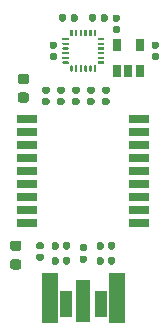
<source format=gbr>
%TF.GenerationSoftware,KiCad,Pcbnew,5.1.9+dfsg1-1~bpo10+1*%
%TF.CreationDate,Date%
%TF.ProjectId,POS,504f532e-6b69-4636-9164-5f7063625858,v3.3*%
%TF.SameCoordinates,Original*%
%TF.FileFunction,Paste,Top*%
%TF.FilePolarity,Positive*%
%FSLAX46Y46*%
G04 Gerber Fmt 4.6, Leading zero omitted, Abs format (unit mm)*
G04 Created by KiCad*
%MOMM*%
%LPD*%
G01*
G04 APERTURE LIST*
%ADD10R,0.650000X1.060000*%
%ADD11R,1.050000X2.200000*%
%ADD12R,1.000000X1.050000*%
%ADD13R,1.270000X3.600000*%
%ADD14R,1.350000X4.200000*%
%ADD15R,1.800000X0.700000*%
%ADD16R,1.800000X0.800000*%
G04 APERTURE END LIST*
%TO.C,R5*%
G36*
G01*
X-5542500Y17970000D02*
X-5887500Y17970000D01*
G75*
G02*
X-6035000Y18117500I0J147500D01*
G01*
X-6035000Y18412500D01*
G75*
G02*
X-5887500Y18560000I147500J0D01*
G01*
X-5542500Y18560000D01*
G75*
G02*
X-5395000Y18412500I0J-147500D01*
G01*
X-5395000Y18117500D01*
G75*
G02*
X-5542500Y17970000I-147500J0D01*
G01*
G37*
G36*
G01*
X-5542500Y17000000D02*
X-5887500Y17000000D01*
G75*
G02*
X-6035000Y17147500I0J147500D01*
G01*
X-6035000Y17442500D01*
G75*
G02*
X-5887500Y17590000I147500J0D01*
G01*
X-5542500Y17590000D01*
G75*
G02*
X-5395000Y17442500I0J-147500D01*
G01*
X-5395000Y17147500D01*
G75*
G02*
X-5542500Y17000000I-147500J0D01*
G01*
G37*
%TD*%
%TO.C,R4*%
G36*
G01*
X-6812500Y17970000D02*
X-7157500Y17970000D01*
G75*
G02*
X-7305000Y18117500I0J147500D01*
G01*
X-7305000Y18412500D01*
G75*
G02*
X-7157500Y18560000I147500J0D01*
G01*
X-6812500Y18560000D01*
G75*
G02*
X-6665000Y18412500I0J-147500D01*
G01*
X-6665000Y18117500D01*
G75*
G02*
X-6812500Y17970000I-147500J0D01*
G01*
G37*
G36*
G01*
X-6812500Y17000000D02*
X-7157500Y17000000D01*
G75*
G02*
X-7305000Y17147500I0J147500D01*
G01*
X-7305000Y17442500D01*
G75*
G02*
X-7157500Y17590000I147500J0D01*
G01*
X-6812500Y17590000D01*
G75*
G02*
X-6665000Y17442500I0J-147500D01*
G01*
X-6665000Y17147500D01*
G75*
G02*
X-6812500Y17000000I-147500J0D01*
G01*
G37*
%TD*%
D10*
%TO.C,U2*%
X-4760000Y22055000D03*
X-2860000Y22055000D03*
X-2860000Y19855000D03*
X-3810000Y19855000D03*
X-4760000Y19855000D03*
%TD*%
%TO.C,C3*%
G36*
G01*
X-4653500Y24066000D02*
X-4998500Y24066000D01*
G75*
G02*
X-5146000Y24213500I0J147500D01*
G01*
X-5146000Y24508500D01*
G75*
G02*
X-4998500Y24656000I147500J0D01*
G01*
X-4653500Y24656000D01*
G75*
G02*
X-4506000Y24508500I0J-147500D01*
G01*
X-4506000Y24213500D01*
G75*
G02*
X-4653500Y24066000I-147500J0D01*
G01*
G37*
G36*
G01*
X-4653500Y23096000D02*
X-4998500Y23096000D01*
G75*
G02*
X-5146000Y23243500I0J147500D01*
G01*
X-5146000Y23538500D01*
G75*
G02*
X-4998500Y23686000I147500J0D01*
G01*
X-4653500Y23686000D01*
G75*
G02*
X-4506000Y23538500I0J-147500D01*
G01*
X-4506000Y23243500D01*
G75*
G02*
X-4653500Y23096000I-147500J0D01*
G01*
G37*
%TD*%
%TO.C,C2*%
G36*
G01*
X-1351500Y21780000D02*
X-1696500Y21780000D01*
G75*
G02*
X-1844000Y21927500I0J147500D01*
G01*
X-1844000Y22222500D01*
G75*
G02*
X-1696500Y22370000I147500J0D01*
G01*
X-1351500Y22370000D01*
G75*
G02*
X-1204000Y22222500I0J-147500D01*
G01*
X-1204000Y21927500D01*
G75*
G02*
X-1351500Y21780000I-147500J0D01*
G01*
G37*
G36*
G01*
X-1351500Y20810000D02*
X-1696500Y20810000D01*
G75*
G02*
X-1844000Y20957500I0J147500D01*
G01*
X-1844000Y21252500D01*
G75*
G02*
X-1696500Y21400000I147500J0D01*
G01*
X-1351500Y21400000D01*
G75*
G02*
X-1204000Y21252500I0J-147500D01*
G01*
X-1204000Y20957500D01*
G75*
G02*
X-1351500Y20810000I-147500J0D01*
G01*
G37*
%TD*%
%TO.C,C1*%
G36*
G01*
X-8427500Y17590000D02*
X-8082500Y17590000D01*
G75*
G02*
X-7935000Y17442500I0J-147500D01*
G01*
X-7935000Y17147500D01*
G75*
G02*
X-8082500Y17000000I-147500J0D01*
G01*
X-8427500Y17000000D01*
G75*
G02*
X-8575000Y17147500I0J147500D01*
G01*
X-8575000Y17442500D01*
G75*
G02*
X-8427500Y17590000I147500J0D01*
G01*
G37*
G36*
G01*
X-8427500Y18560000D02*
X-8082500Y18560000D01*
G75*
G02*
X-7935000Y18412500I0J-147500D01*
G01*
X-7935000Y18117500D01*
G75*
G02*
X-8082500Y17970000I-147500J0D01*
G01*
X-8427500Y17970000D01*
G75*
G02*
X-8575000Y18117500I0J147500D01*
G01*
X-8575000Y18412500D01*
G75*
G02*
X-8427500Y18560000I147500J0D01*
G01*
G37*
%TD*%
%TO.C,C4*%
G36*
G01*
X-9697500Y17590000D02*
X-9352500Y17590000D01*
G75*
G02*
X-9205000Y17442500I0J-147500D01*
G01*
X-9205000Y17147500D01*
G75*
G02*
X-9352500Y17000000I-147500J0D01*
G01*
X-9697500Y17000000D01*
G75*
G02*
X-9845000Y17147500I0J147500D01*
G01*
X-9845000Y17442500D01*
G75*
G02*
X-9697500Y17590000I147500J0D01*
G01*
G37*
G36*
G01*
X-9697500Y18560000D02*
X-9352500Y18560000D01*
G75*
G02*
X-9205000Y18412500I0J-147500D01*
G01*
X-9205000Y18117500D01*
G75*
G02*
X-9352500Y17970000I-147500J0D01*
G01*
X-9697500Y17970000D01*
G75*
G02*
X-9845000Y18117500I0J147500D01*
G01*
X-9845000Y18412500D01*
G75*
G02*
X-9697500Y18560000I147500J0D01*
G01*
G37*
%TD*%
%TO.C,C7*%
G36*
G01*
X-10332500Y21400000D02*
X-9987500Y21400000D01*
G75*
G02*
X-9840000Y21252500I0J-147500D01*
G01*
X-9840000Y20957500D01*
G75*
G02*
X-9987500Y20810000I-147500J0D01*
G01*
X-10332500Y20810000D01*
G75*
G02*
X-10480000Y20957500I0J147500D01*
G01*
X-10480000Y21252500D01*
G75*
G02*
X-10332500Y21400000I147500J0D01*
G01*
G37*
G36*
G01*
X-10332500Y22370000D02*
X-9987500Y22370000D01*
G75*
G02*
X-9840000Y22222500I0J-147500D01*
G01*
X-9840000Y21927500D01*
G75*
G02*
X-9987500Y21780000I-147500J0D01*
G01*
X-10332500Y21780000D01*
G75*
G02*
X-10480000Y21927500I0J147500D01*
G01*
X-10480000Y22222500D01*
G75*
G02*
X-10332500Y22370000I147500J0D01*
G01*
G37*
%TD*%
%TO.C,C9*%
G36*
G01*
X-11475500Y4405000D02*
X-11130500Y4405000D01*
G75*
G02*
X-10983000Y4257500I0J-147500D01*
G01*
X-10983000Y3962500D01*
G75*
G02*
X-11130500Y3815000I-147500J0D01*
G01*
X-11475500Y3815000D01*
G75*
G02*
X-11623000Y3962500I0J147500D01*
G01*
X-11623000Y4257500D01*
G75*
G02*
X-11475500Y4405000I147500J0D01*
G01*
G37*
G36*
G01*
X-11475500Y5375000D02*
X-11130500Y5375000D01*
G75*
G02*
X-10983000Y5227500I0J-147500D01*
G01*
X-10983000Y4932500D01*
G75*
G02*
X-11130500Y4785000I-147500J0D01*
G01*
X-11475500Y4785000D01*
G75*
G02*
X-11623000Y4932500I0J147500D01*
G01*
X-11623000Y5227500D01*
G75*
G02*
X-11475500Y5375000I147500J0D01*
G01*
G37*
%TD*%
%TO.C,C6*%
G36*
G01*
X-6160000Y24211500D02*
X-6160000Y24556500D01*
G75*
G02*
X-6012500Y24704000I147500J0D01*
G01*
X-5717500Y24704000D01*
G75*
G02*
X-5570000Y24556500I0J-147500D01*
G01*
X-5570000Y24211500D01*
G75*
G02*
X-5717500Y24064000I-147500J0D01*
G01*
X-6012500Y24064000D01*
G75*
G02*
X-6160000Y24211500I0J147500D01*
G01*
G37*
G36*
G01*
X-7130000Y24211500D02*
X-7130000Y24556500D01*
G75*
G02*
X-6982500Y24704000I147500J0D01*
G01*
X-6687500Y24704000D01*
G75*
G02*
X-6540000Y24556500I0J-147500D01*
G01*
X-6540000Y24211500D01*
G75*
G02*
X-6687500Y24064000I-147500J0D01*
G01*
X-6982500Y24064000D01*
G75*
G02*
X-7130000Y24211500I0J147500D01*
G01*
G37*
%TD*%
%TO.C,C5*%
G36*
G01*
X-9080000Y24556500D02*
X-9080000Y24211500D01*
G75*
G02*
X-9227500Y24064000I-147500J0D01*
G01*
X-9522500Y24064000D01*
G75*
G02*
X-9670000Y24211500I0J147500D01*
G01*
X-9670000Y24556500D01*
G75*
G02*
X-9522500Y24704000I147500J0D01*
G01*
X-9227500Y24704000D01*
G75*
G02*
X-9080000Y24556500I0J-147500D01*
G01*
G37*
G36*
G01*
X-8110000Y24556500D02*
X-8110000Y24211500D01*
G75*
G02*
X-8257500Y24064000I-147500J0D01*
G01*
X-8552500Y24064000D01*
G75*
G02*
X-8700000Y24211500I0J147500D01*
G01*
X-8700000Y24556500D01*
G75*
G02*
X-8552500Y24704000I147500J0D01*
G01*
X-8257500Y24704000D01*
G75*
G02*
X-8110000Y24556500I0J-147500D01*
G01*
G37*
%TD*%
%TO.C,U1*%
G36*
G01*
X-6670000Y20365000D02*
X-6570000Y20365000D01*
G75*
G02*
X-6520000Y20315000I0J-50000D01*
G01*
X-6520000Y19865000D01*
G75*
G02*
X-6570000Y19815000I-50000J0D01*
G01*
X-6670000Y19815000D01*
G75*
G02*
X-6720000Y19865000I0J50000D01*
G01*
X-6720000Y20315000D01*
G75*
G02*
X-6670000Y20365000I50000J0D01*
G01*
G37*
G36*
G01*
X-7070000Y20365000D02*
X-6970000Y20365000D01*
G75*
G02*
X-6920000Y20315000I0J-50000D01*
G01*
X-6920000Y19865000D01*
G75*
G02*
X-6970000Y19815000I-50000J0D01*
G01*
X-7070000Y19815000D01*
G75*
G02*
X-7120000Y19865000I0J50000D01*
G01*
X-7120000Y20315000D01*
G75*
G02*
X-7070000Y20365000I50000J0D01*
G01*
G37*
G36*
G01*
X-7470000Y20365000D02*
X-7370000Y20365000D01*
G75*
G02*
X-7320000Y20315000I0J-50000D01*
G01*
X-7320000Y19865000D01*
G75*
G02*
X-7370000Y19815000I-50000J0D01*
G01*
X-7470000Y19815000D01*
G75*
G02*
X-7520000Y19865000I0J50000D01*
G01*
X-7520000Y20315000D01*
G75*
G02*
X-7470000Y20365000I50000J0D01*
G01*
G37*
G36*
G01*
X-7870000Y20365000D02*
X-7770000Y20365000D01*
G75*
G02*
X-7720000Y20315000I0J-50000D01*
G01*
X-7720000Y19865000D01*
G75*
G02*
X-7770000Y19815000I-50000J0D01*
G01*
X-7870000Y19815000D01*
G75*
G02*
X-7920000Y19865000I0J50000D01*
G01*
X-7920000Y20315000D01*
G75*
G02*
X-7870000Y20365000I50000J0D01*
G01*
G37*
G36*
G01*
X-8270000Y20365000D02*
X-8170000Y20365000D01*
G75*
G02*
X-8120000Y20315000I0J-50000D01*
G01*
X-8120000Y19865000D01*
G75*
G02*
X-8170000Y19815000I-50000J0D01*
G01*
X-8270000Y19815000D01*
G75*
G02*
X-8320000Y19865000I0J50000D01*
G01*
X-8320000Y20315000D01*
G75*
G02*
X-8270000Y20365000I50000J0D01*
G01*
G37*
G36*
G01*
X-8670000Y20365000D02*
X-8570000Y20365000D01*
G75*
G02*
X-8520000Y20315000I0J-50000D01*
G01*
X-8520000Y19865000D01*
G75*
G02*
X-8570000Y19815000I-50000J0D01*
G01*
X-8670000Y19815000D01*
G75*
G02*
X-8720000Y19865000I0J50000D01*
G01*
X-8720000Y20315000D01*
G75*
G02*
X-8670000Y20365000I50000J0D01*
G01*
G37*
G36*
G01*
X-8845000Y20640000D02*
X-8845000Y20540000D01*
G75*
G02*
X-8895000Y20490000I-50000J0D01*
G01*
X-9345000Y20490000D01*
G75*
G02*
X-9395000Y20540000I0J50000D01*
G01*
X-9395000Y20640000D01*
G75*
G02*
X-9345000Y20690000I50000J0D01*
G01*
X-8895000Y20690000D01*
G75*
G02*
X-8845000Y20640000I0J-50000D01*
G01*
G37*
G36*
G01*
X-8845000Y21040000D02*
X-8845000Y20940000D01*
G75*
G02*
X-8895000Y20890000I-50000J0D01*
G01*
X-9345000Y20890000D01*
G75*
G02*
X-9395000Y20940000I0J50000D01*
G01*
X-9395000Y21040000D01*
G75*
G02*
X-9345000Y21090000I50000J0D01*
G01*
X-8895000Y21090000D01*
G75*
G02*
X-8845000Y21040000I0J-50000D01*
G01*
G37*
G36*
G01*
X-8845000Y21440000D02*
X-8845000Y21340000D01*
G75*
G02*
X-8895000Y21290000I-50000J0D01*
G01*
X-9345000Y21290000D01*
G75*
G02*
X-9395000Y21340000I0J50000D01*
G01*
X-9395000Y21440000D01*
G75*
G02*
X-9345000Y21490000I50000J0D01*
G01*
X-8895000Y21490000D01*
G75*
G02*
X-8845000Y21440000I0J-50000D01*
G01*
G37*
G36*
G01*
X-8845000Y21840000D02*
X-8845000Y21740000D01*
G75*
G02*
X-8895000Y21690000I-50000J0D01*
G01*
X-9345000Y21690000D01*
G75*
G02*
X-9395000Y21740000I0J50000D01*
G01*
X-9395000Y21840000D01*
G75*
G02*
X-9345000Y21890000I50000J0D01*
G01*
X-8895000Y21890000D01*
G75*
G02*
X-8845000Y21840000I0J-50000D01*
G01*
G37*
G36*
G01*
X-8845000Y22240000D02*
X-8845000Y22140000D01*
G75*
G02*
X-8895000Y22090000I-50000J0D01*
G01*
X-9345000Y22090000D01*
G75*
G02*
X-9395000Y22140000I0J50000D01*
G01*
X-9395000Y22240000D01*
G75*
G02*
X-9345000Y22290000I50000J0D01*
G01*
X-8895000Y22290000D01*
G75*
G02*
X-8845000Y22240000I0J-50000D01*
G01*
G37*
G36*
G01*
X-8845000Y22640000D02*
X-8845000Y22540000D01*
G75*
G02*
X-8895000Y22490000I-50000J0D01*
G01*
X-9345000Y22490000D01*
G75*
G02*
X-9395000Y22540000I0J50000D01*
G01*
X-9395000Y22640000D01*
G75*
G02*
X-9345000Y22690000I50000J0D01*
G01*
X-8895000Y22690000D01*
G75*
G02*
X-8845000Y22640000I0J-50000D01*
G01*
G37*
G36*
G01*
X-8670000Y23365000D02*
X-8570000Y23365000D01*
G75*
G02*
X-8520000Y23315000I0J-50000D01*
G01*
X-8520000Y22865000D01*
G75*
G02*
X-8570000Y22815000I-50000J0D01*
G01*
X-8670000Y22815000D01*
G75*
G02*
X-8720000Y22865000I0J50000D01*
G01*
X-8720000Y23315000D01*
G75*
G02*
X-8670000Y23365000I50000J0D01*
G01*
G37*
G36*
G01*
X-8270000Y23365000D02*
X-8170000Y23365000D01*
G75*
G02*
X-8120000Y23315000I0J-50000D01*
G01*
X-8120000Y22865000D01*
G75*
G02*
X-8170000Y22815000I-50000J0D01*
G01*
X-8270000Y22815000D01*
G75*
G02*
X-8320000Y22865000I0J50000D01*
G01*
X-8320000Y23315000D01*
G75*
G02*
X-8270000Y23365000I50000J0D01*
G01*
G37*
G36*
G01*
X-7870000Y23365000D02*
X-7770000Y23365000D01*
G75*
G02*
X-7720000Y23315000I0J-50000D01*
G01*
X-7720000Y22865000D01*
G75*
G02*
X-7770000Y22815000I-50000J0D01*
G01*
X-7870000Y22815000D01*
G75*
G02*
X-7920000Y22865000I0J50000D01*
G01*
X-7920000Y23315000D01*
G75*
G02*
X-7870000Y23365000I50000J0D01*
G01*
G37*
G36*
G01*
X-7470000Y23365000D02*
X-7370000Y23365000D01*
G75*
G02*
X-7320000Y23315000I0J-50000D01*
G01*
X-7320000Y22865000D01*
G75*
G02*
X-7370000Y22815000I-50000J0D01*
G01*
X-7470000Y22815000D01*
G75*
G02*
X-7520000Y22865000I0J50000D01*
G01*
X-7520000Y23315000D01*
G75*
G02*
X-7470000Y23365000I50000J0D01*
G01*
G37*
G36*
G01*
X-7070000Y23365000D02*
X-6970000Y23365000D01*
G75*
G02*
X-6920000Y23315000I0J-50000D01*
G01*
X-6920000Y22865000D01*
G75*
G02*
X-6970000Y22815000I-50000J0D01*
G01*
X-7070000Y22815000D01*
G75*
G02*
X-7120000Y22865000I0J50000D01*
G01*
X-7120000Y23315000D01*
G75*
G02*
X-7070000Y23365000I50000J0D01*
G01*
G37*
G36*
G01*
X-6670000Y23365000D02*
X-6570000Y23365000D01*
G75*
G02*
X-6520000Y23315000I0J-50000D01*
G01*
X-6520000Y22865000D01*
G75*
G02*
X-6570000Y22815000I-50000J0D01*
G01*
X-6670000Y22815000D01*
G75*
G02*
X-6720000Y22865000I0J50000D01*
G01*
X-6720000Y23315000D01*
G75*
G02*
X-6670000Y23365000I50000J0D01*
G01*
G37*
G36*
G01*
X-5845000Y22640000D02*
X-5845000Y22540000D01*
G75*
G02*
X-5895000Y22490000I-50000J0D01*
G01*
X-6345000Y22490000D01*
G75*
G02*
X-6395000Y22540000I0J50000D01*
G01*
X-6395000Y22640000D01*
G75*
G02*
X-6345000Y22690000I50000J0D01*
G01*
X-5895000Y22690000D01*
G75*
G02*
X-5845000Y22640000I0J-50000D01*
G01*
G37*
G36*
G01*
X-5845000Y22240000D02*
X-5845000Y22140000D01*
G75*
G02*
X-5895000Y22090000I-50000J0D01*
G01*
X-6345000Y22090000D01*
G75*
G02*
X-6395000Y22140000I0J50000D01*
G01*
X-6395000Y22240000D01*
G75*
G02*
X-6345000Y22290000I50000J0D01*
G01*
X-5895000Y22290000D01*
G75*
G02*
X-5845000Y22240000I0J-50000D01*
G01*
G37*
G36*
G01*
X-5845000Y21840000D02*
X-5845000Y21740000D01*
G75*
G02*
X-5895000Y21690000I-50000J0D01*
G01*
X-6345000Y21690000D01*
G75*
G02*
X-6395000Y21740000I0J50000D01*
G01*
X-6395000Y21840000D01*
G75*
G02*
X-6345000Y21890000I50000J0D01*
G01*
X-5895000Y21890000D01*
G75*
G02*
X-5845000Y21840000I0J-50000D01*
G01*
G37*
G36*
G01*
X-5845000Y21440000D02*
X-5845000Y21340000D01*
G75*
G02*
X-5895000Y21290000I-50000J0D01*
G01*
X-6345000Y21290000D01*
G75*
G02*
X-6395000Y21340000I0J50000D01*
G01*
X-6395000Y21440000D01*
G75*
G02*
X-6345000Y21490000I50000J0D01*
G01*
X-5895000Y21490000D01*
G75*
G02*
X-5845000Y21440000I0J-50000D01*
G01*
G37*
G36*
G01*
X-5845000Y21040000D02*
X-5845000Y20940000D01*
G75*
G02*
X-5895000Y20890000I-50000J0D01*
G01*
X-6345000Y20890000D01*
G75*
G02*
X-6395000Y20940000I0J50000D01*
G01*
X-6395000Y21040000D01*
G75*
G02*
X-6345000Y21090000I50000J0D01*
G01*
X-5895000Y21090000D01*
G75*
G02*
X-5845000Y21040000I0J-50000D01*
G01*
G37*
G36*
G01*
X-5845000Y20640000D02*
X-5845000Y20540000D01*
G75*
G02*
X-5895000Y20490000I-50000J0D01*
G01*
X-6345000Y20490000D01*
G75*
G02*
X-6395000Y20540000I0J50000D01*
G01*
X-6395000Y20640000D01*
G75*
G02*
X-6345000Y20690000I50000J0D01*
G01*
X-5895000Y20690000D01*
G75*
G02*
X-5845000Y20640000I0J-50000D01*
G01*
G37*
%TD*%
D11*
%TO.C,J1*%
X-6145000Y160000D03*
D12*
X-7620000Y1685000D03*
D11*
X-9095000Y160000D03*
%TD*%
%TO.C,R3*%
G36*
G01*
X-10967500Y17590000D02*
X-10622500Y17590000D01*
G75*
G02*
X-10475000Y17442500I0J-147500D01*
G01*
X-10475000Y17147500D01*
G75*
G02*
X-10622500Y17000000I-147500J0D01*
G01*
X-10967500Y17000000D01*
G75*
G02*
X-11115000Y17147500I0J147500D01*
G01*
X-11115000Y17442500D01*
G75*
G02*
X-10967500Y17590000I147500J0D01*
G01*
G37*
G36*
G01*
X-10967500Y18560000D02*
X-10622500Y18560000D01*
G75*
G02*
X-10475000Y18412500I0J-147500D01*
G01*
X-10475000Y18117500D01*
G75*
G02*
X-10622500Y17970000I-147500J0D01*
G01*
X-10967500Y17970000D01*
G75*
G02*
X-11115000Y18117500I0J147500D01*
G01*
X-11115000Y18412500D01*
G75*
G02*
X-10967500Y18560000I147500J0D01*
G01*
G37*
%TD*%
%TO.C,D1*%
G36*
G01*
X-12443750Y18765000D02*
X-12956250Y18765000D01*
G75*
G02*
X-13175000Y18983750I0J218750D01*
G01*
X-13175000Y19421250D01*
G75*
G02*
X-12956250Y19640000I218750J0D01*
G01*
X-12443750Y19640000D01*
G75*
G02*
X-12225000Y19421250I0J-218750D01*
G01*
X-12225000Y18983750D01*
G75*
G02*
X-12443750Y18765000I-218750J0D01*
G01*
G37*
G36*
G01*
X-12443750Y17190000D02*
X-12956250Y17190000D01*
G75*
G02*
X-13175000Y17408750I0J218750D01*
G01*
X-13175000Y17846250D01*
G75*
G02*
X-12956250Y18065000I218750J0D01*
G01*
X-12443750Y18065000D01*
G75*
G02*
X-12225000Y17846250I0J-218750D01*
G01*
X-12225000Y17408750D01*
G75*
G02*
X-12443750Y17190000I-218750J0D01*
G01*
G37*
%TD*%
%TO.C,C8*%
G36*
G01*
X-13591250Y3942500D02*
X-13078750Y3942500D01*
G75*
G02*
X-12860000Y3723750I0J-218750D01*
G01*
X-12860000Y3286250D01*
G75*
G02*
X-13078750Y3067500I-218750J0D01*
G01*
X-13591250Y3067500D01*
G75*
G02*
X-13810000Y3286250I0J218750D01*
G01*
X-13810000Y3723750D01*
G75*
G02*
X-13591250Y3942500I218750J0D01*
G01*
G37*
G36*
G01*
X-13591250Y5517500D02*
X-13078750Y5517500D01*
G75*
G02*
X-12860000Y5298750I0J-218750D01*
G01*
X-12860000Y4861250D01*
G75*
G02*
X-13078750Y4642500I-218750J0D01*
G01*
X-13591250Y4642500D01*
G75*
G02*
X-13810000Y4861250I0J218750D01*
G01*
X-13810000Y5298750D01*
G75*
G02*
X-13591250Y5517500I218750J0D01*
G01*
G37*
%TD*%
%TO.C,R1*%
G36*
G01*
X-9335000Y4907500D02*
X-9335000Y5252500D01*
G75*
G02*
X-9187500Y5400000I147500J0D01*
G01*
X-8892500Y5400000D01*
G75*
G02*
X-8745000Y5252500I0J-147500D01*
G01*
X-8745000Y4907500D01*
G75*
G02*
X-8892500Y4760000I-147500J0D01*
G01*
X-9187500Y4760000D01*
G75*
G02*
X-9335000Y4907500I0J147500D01*
G01*
G37*
G36*
G01*
X-10305000Y4907500D02*
X-10305000Y5252500D01*
G75*
G02*
X-10157500Y5400000I147500J0D01*
G01*
X-9862500Y5400000D01*
G75*
G02*
X-9715000Y5252500I0J-147500D01*
G01*
X-9715000Y4907500D01*
G75*
G02*
X-9862500Y4760000I-147500J0D01*
G01*
X-10157500Y4760000D01*
G75*
G02*
X-10305000Y4907500I0J147500D01*
G01*
G37*
%TD*%
%TO.C,L1*%
G36*
G01*
X-9335000Y3637500D02*
X-9335000Y3982500D01*
G75*
G02*
X-9187500Y4130000I147500J0D01*
G01*
X-8892500Y4130000D01*
G75*
G02*
X-8745000Y3982500I0J-147500D01*
G01*
X-8745000Y3637500D01*
G75*
G02*
X-8892500Y3490000I-147500J0D01*
G01*
X-9187500Y3490000D01*
G75*
G02*
X-9335000Y3637500I0J147500D01*
G01*
G37*
G36*
G01*
X-10305000Y3637500D02*
X-10305000Y3982500D01*
G75*
G02*
X-10157500Y4130000I147500J0D01*
G01*
X-9862500Y4130000D01*
G75*
G02*
X-9715000Y3982500I0J-147500D01*
G01*
X-9715000Y3637500D01*
G75*
G02*
X-9862500Y3490000I-147500J0D01*
G01*
X-10157500Y3490000D01*
G75*
G02*
X-10305000Y3637500I0J147500D01*
G01*
G37*
%TD*%
%TO.C,R2*%
G36*
G01*
X-7447500Y4635000D02*
X-7792500Y4635000D01*
G75*
G02*
X-7940000Y4782500I0J147500D01*
G01*
X-7940000Y5077500D01*
G75*
G02*
X-7792500Y5225000I147500J0D01*
G01*
X-7447500Y5225000D01*
G75*
G02*
X-7300000Y5077500I0J-147500D01*
G01*
X-7300000Y4782500D01*
G75*
G02*
X-7447500Y4635000I-147500J0D01*
G01*
G37*
G36*
G01*
X-7447500Y3665000D02*
X-7792500Y3665000D01*
G75*
G02*
X-7940000Y3812500I0J147500D01*
G01*
X-7940000Y4107500D01*
G75*
G02*
X-7792500Y4255000I147500J0D01*
G01*
X-7447500Y4255000D01*
G75*
G02*
X-7300000Y4107500I0J-147500D01*
G01*
X-7300000Y3812500D01*
G75*
G02*
X-7447500Y3665000I-147500J0D01*
G01*
G37*
%TD*%
%TO.C,C11*%
G36*
G01*
X-5525000Y3637500D02*
X-5525000Y3982500D01*
G75*
G02*
X-5377500Y4130000I147500J0D01*
G01*
X-5082500Y4130000D01*
G75*
G02*
X-4935000Y3982500I0J-147500D01*
G01*
X-4935000Y3637500D01*
G75*
G02*
X-5082500Y3490000I-147500J0D01*
G01*
X-5377500Y3490000D01*
G75*
G02*
X-5525000Y3637500I0J147500D01*
G01*
G37*
G36*
G01*
X-6495000Y3637500D02*
X-6495000Y3982500D01*
G75*
G02*
X-6347500Y4130000I147500J0D01*
G01*
X-6052500Y4130000D01*
G75*
G02*
X-5905000Y3982500I0J-147500D01*
G01*
X-5905000Y3637500D01*
G75*
G02*
X-6052500Y3490000I-147500J0D01*
G01*
X-6347500Y3490000D01*
G75*
G02*
X-6495000Y3637500I0J147500D01*
G01*
G37*
%TD*%
%TO.C,C10*%
G36*
G01*
X-5525000Y4907500D02*
X-5525000Y5252500D01*
G75*
G02*
X-5377500Y5400000I147500J0D01*
G01*
X-5082500Y5400000D01*
G75*
G02*
X-4935000Y5252500I0J-147500D01*
G01*
X-4935000Y4907500D01*
G75*
G02*
X-5082500Y4760000I-147500J0D01*
G01*
X-5377500Y4760000D01*
G75*
G02*
X-5525000Y4907500I0J147500D01*
G01*
G37*
G36*
G01*
X-6495000Y4907500D02*
X-6495000Y5252500D01*
G75*
G02*
X-6347500Y5400000I147500J0D01*
G01*
X-6052500Y5400000D01*
G75*
G02*
X-5905000Y5252500I0J-147500D01*
G01*
X-5905000Y4907500D01*
G75*
G02*
X-6052500Y4760000I-147500J0D01*
G01*
X-6347500Y4760000D01*
G75*
G02*
X-6495000Y4907500I0J147500D01*
G01*
G37*
%TD*%
D13*
%TO.C,J2*%
X-7620000Y435000D03*
D14*
X-4795000Y635000D03*
X-10445000Y635000D03*
%TD*%
D15*
%TO.C,U3*%
X-12370000Y15830000D03*
D16*
X-12370000Y14730000D03*
X-12370000Y13630000D03*
X-12370000Y12530000D03*
X-12370000Y11430000D03*
X-12370000Y10330000D03*
X-12370000Y9230000D03*
X-12370000Y8130000D03*
D15*
X-12370000Y7030000D03*
X-2870000Y7030000D03*
D16*
X-2870000Y8130000D03*
X-2870000Y9230000D03*
X-2870000Y10330000D03*
X-2870000Y11430000D03*
X-2870000Y12530000D03*
X-2870000Y13630000D03*
X-2870000Y14730000D03*
D15*
X-2870000Y15830000D03*
%TD*%
M02*

</source>
